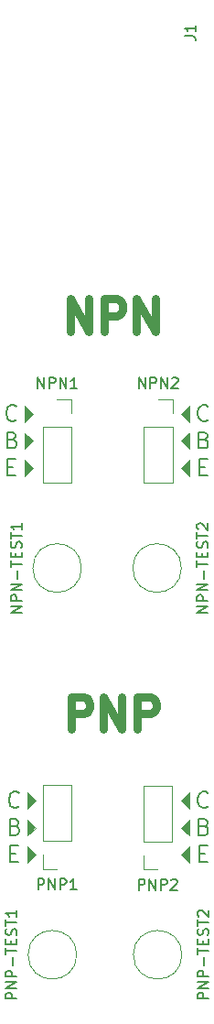
<source format=gto>
%TF.GenerationSoftware,KiCad,Pcbnew,5.1.7-a382d34a8~87~ubuntu18.04.1*%
%TF.CreationDate,2020-10-20T20:58:06+01:00*%
%TF.ProjectId,transistor-matchers,7472616e-7369-4737-946f-722d6d617463,rev?*%
%TF.SameCoordinates,Original*%
%TF.FileFunction,Legend,Top*%
%TF.FilePolarity,Positive*%
%FSLAX46Y46*%
G04 Gerber Fmt 4.6, Leading zero omitted, Abs format (unit mm)*
G04 Created by KiCad (PCBNEW 5.1.7-a382d34a8~87~ubuntu18.04.1) date 2020-10-20 20:58:06*
%MOMM*%
%LPD*%
G01*
G04 APERTURE LIST*
%ADD10C,0.150000*%
%ADD11C,0.100000*%
%ADD12C,0.750000*%
%ADD13C,0.120000*%
G04 APERTURE END LIST*
D10*
X155159115Y-120535694D02*
X155087687Y-120607122D01*
X154873401Y-120678551D01*
X154730544Y-120678551D01*
X154516258Y-120607122D01*
X154373401Y-120464265D01*
X154301972Y-120321408D01*
X154230544Y-120035694D01*
X154230544Y-119821408D01*
X154301972Y-119535694D01*
X154373401Y-119392837D01*
X154516258Y-119249980D01*
X154730544Y-119178551D01*
X154873401Y-119178551D01*
X155087687Y-119249980D01*
X155159115Y-119321408D01*
D11*
G36*
X156694830Y-119999980D02*
G01*
X155944830Y-120749980D01*
X155944830Y-119249980D01*
X156694830Y-119999980D01*
G37*
X156694830Y-119999980D02*
X155944830Y-120749980D01*
X155944830Y-119249980D01*
X156694830Y-119999980D01*
G36*
X156694830Y-124999980D02*
G01*
X155944830Y-125749980D01*
X155944830Y-124249980D01*
X156694830Y-124999980D01*
G37*
X156694830Y-124999980D02*
X155944830Y-125749980D01*
X155944830Y-124249980D01*
X156694830Y-124999980D01*
G36*
X156694830Y-122499980D02*
G01*
X155944830Y-123249980D01*
X155944830Y-121749980D01*
X156694830Y-122499980D01*
G37*
X156694830Y-122499980D02*
X155944830Y-123249980D01*
X155944830Y-121749980D01*
X156694830Y-122499980D01*
D10*
X154801972Y-122392837D02*
X155016258Y-122464265D01*
X155087687Y-122535694D01*
X155159115Y-122678551D01*
X155159115Y-122892837D01*
X155087687Y-123035694D01*
X155016258Y-123107122D01*
X154873401Y-123178551D01*
X154301972Y-123178551D01*
X154301972Y-121678551D01*
X154801972Y-121678551D01*
X154944830Y-121749980D01*
X155016258Y-121821408D01*
X155087687Y-121964265D01*
X155087687Y-122107122D01*
X155016258Y-122249980D01*
X154944830Y-122321408D01*
X154801972Y-122392837D01*
X154301972Y-122392837D01*
X154373401Y-124892837D02*
X154873401Y-124892837D01*
X155087687Y-125678551D02*
X154373401Y-125678551D01*
X154373401Y-124178551D01*
X155087687Y-124178551D01*
X172551972Y-122392837D02*
X172766258Y-122464265D01*
X172837687Y-122535694D01*
X172909115Y-122678551D01*
X172909115Y-122892837D01*
X172837687Y-123035694D01*
X172766258Y-123107122D01*
X172623401Y-123178551D01*
X172051972Y-123178551D01*
X172051972Y-121678551D01*
X172551972Y-121678551D01*
X172694830Y-121749980D01*
X172766258Y-121821408D01*
X172837687Y-121964265D01*
X172837687Y-122107122D01*
X172766258Y-122249980D01*
X172694830Y-122321408D01*
X172551972Y-122392837D01*
X172051972Y-122392837D01*
D11*
G36*
X171194830Y-123249980D02*
G01*
X170444830Y-122499980D01*
X171194830Y-121749980D01*
X171194830Y-123249980D01*
G37*
X171194830Y-123249980D02*
X170444830Y-122499980D01*
X171194830Y-121749980D01*
X171194830Y-123249980D01*
D10*
X172123401Y-124892837D02*
X172623401Y-124892837D01*
X172837687Y-125678551D02*
X172123401Y-125678551D01*
X172123401Y-124178551D01*
X172837687Y-124178551D01*
D11*
G36*
X171194830Y-125749980D02*
G01*
X170444830Y-124999980D01*
X171194830Y-124249980D01*
X171194830Y-125749980D01*
G37*
X171194830Y-125749980D02*
X170444830Y-124999980D01*
X171194830Y-124249980D01*
X171194830Y-125749980D01*
D10*
X172909115Y-120535694D02*
X172837687Y-120607122D01*
X172623401Y-120678551D01*
X172480544Y-120678551D01*
X172266258Y-120607122D01*
X172123401Y-120464265D01*
X172051972Y-120321408D01*
X171980544Y-120035694D01*
X171980544Y-119821408D01*
X172051972Y-119535694D01*
X172123401Y-119392837D01*
X172266258Y-119249980D01*
X172480544Y-119178551D01*
X172623401Y-119178551D01*
X172837687Y-119249980D01*
X172909115Y-119321408D01*
D11*
G36*
X171194830Y-120749980D02*
G01*
X170444830Y-119999980D01*
X171194830Y-119249980D01*
X171194830Y-120749980D01*
G37*
X171194830Y-120749980D02*
X170444830Y-119999980D01*
X171194830Y-119249980D01*
X171194830Y-120749980D01*
G36*
X171194830Y-161499980D02*
G01*
X170444830Y-160749980D01*
X171194830Y-159999980D01*
X171194830Y-161499980D01*
G37*
X171194830Y-161499980D02*
X170444830Y-160749980D01*
X171194830Y-159999980D01*
X171194830Y-161499980D01*
G36*
X171194830Y-158999980D02*
G01*
X170444830Y-158249980D01*
X171194830Y-157499980D01*
X171194830Y-158999980D01*
G37*
X171194830Y-158999980D02*
X170444830Y-158249980D01*
X171194830Y-157499980D01*
X171194830Y-158999980D01*
G36*
X171194830Y-156499980D02*
G01*
X170444830Y-155749980D01*
X171194830Y-154999980D01*
X171194830Y-156499980D01*
G37*
X171194830Y-156499980D02*
X170444830Y-155749980D01*
X171194830Y-154999980D01*
X171194830Y-156499980D01*
G36*
X156944830Y-160749980D02*
G01*
X156194830Y-161499980D01*
X156194830Y-159999980D01*
X156944830Y-160749980D01*
G37*
X156944830Y-160749980D02*
X156194830Y-161499980D01*
X156194830Y-159999980D01*
X156944830Y-160749980D01*
G36*
X156944830Y-158249980D02*
G01*
X156194830Y-158999980D01*
X156194830Y-157499980D01*
X156944830Y-158249980D01*
G37*
X156944830Y-158249980D02*
X156194830Y-158999980D01*
X156194830Y-157499980D01*
X156944830Y-158249980D01*
G36*
X156944830Y-155749980D02*
G01*
X156194830Y-156499980D01*
X156194830Y-154999980D01*
X156944830Y-155749980D01*
G37*
X156944830Y-155749980D02*
X156194830Y-156499980D01*
X156194830Y-154999980D01*
X156944830Y-155749980D01*
D10*
X154623401Y-160642837D02*
X155123401Y-160642837D01*
X155337687Y-161428551D02*
X154623401Y-161428551D01*
X154623401Y-159928551D01*
X155337687Y-159928551D01*
X155051972Y-158142837D02*
X155266258Y-158214265D01*
X155337687Y-158285694D01*
X155409115Y-158428551D01*
X155409115Y-158642837D01*
X155337687Y-158785694D01*
X155266258Y-158857122D01*
X155123401Y-158928551D01*
X154551972Y-158928551D01*
X154551972Y-157428551D01*
X155051972Y-157428551D01*
X155194830Y-157499980D01*
X155266258Y-157571408D01*
X155337687Y-157714265D01*
X155337687Y-157857122D01*
X155266258Y-157999980D01*
X155194830Y-158071408D01*
X155051972Y-158142837D01*
X154551972Y-158142837D01*
X155409115Y-156285694D02*
X155337687Y-156357122D01*
X155123401Y-156428551D01*
X154980544Y-156428551D01*
X154766258Y-156357122D01*
X154623401Y-156214265D01*
X154551972Y-156071408D01*
X154480544Y-155785694D01*
X154480544Y-155571408D01*
X154551972Y-155285694D01*
X154623401Y-155142837D01*
X154766258Y-154999980D01*
X154980544Y-154928551D01*
X155123401Y-154928551D01*
X155337687Y-154999980D01*
X155409115Y-155071408D01*
X172123401Y-160642837D02*
X172623401Y-160642837D01*
X172837687Y-161428551D02*
X172123401Y-161428551D01*
X172123401Y-159928551D01*
X172837687Y-159928551D01*
X172551972Y-158142837D02*
X172766258Y-158214265D01*
X172837687Y-158285694D01*
X172909115Y-158428551D01*
X172909115Y-158642837D01*
X172837687Y-158785694D01*
X172766258Y-158857122D01*
X172623401Y-158928551D01*
X172051972Y-158928551D01*
X172051972Y-157428551D01*
X172551972Y-157428551D01*
X172694830Y-157499980D01*
X172766258Y-157571408D01*
X172837687Y-157714265D01*
X172837687Y-157857122D01*
X172766258Y-157999980D01*
X172694830Y-158071408D01*
X172551972Y-158142837D01*
X172051972Y-158142837D01*
X172909115Y-156285694D02*
X172837687Y-156357122D01*
X172623401Y-156428551D01*
X172480544Y-156428551D01*
X172266258Y-156357122D01*
X172123401Y-156214265D01*
X172051972Y-156071408D01*
X171980544Y-155785694D01*
X171980544Y-155571408D01*
X172051972Y-155285694D01*
X172123401Y-155142837D01*
X172266258Y-154999980D01*
X172480544Y-154928551D01*
X172623401Y-154928551D01*
X172837687Y-154999980D01*
X172909115Y-155071408D01*
D12*
X160166258Y-112357122D02*
X160166258Y-109357122D01*
X161880544Y-112357122D01*
X161880544Y-109357122D01*
X163309115Y-112357122D02*
X163309115Y-109357122D01*
X164451972Y-109357122D01*
X164737687Y-109499980D01*
X164880544Y-109642837D01*
X165023401Y-109928551D01*
X165023401Y-110357122D01*
X164880544Y-110642837D01*
X164737687Y-110785694D01*
X164451972Y-110928551D01*
X163309115Y-110928551D01*
X166309115Y-112357122D02*
X166309115Y-109357122D01*
X168023401Y-112357122D01*
X168023401Y-109357122D01*
X160237687Y-149157122D02*
X160237687Y-146157122D01*
X161380544Y-146157122D01*
X161666258Y-146299980D01*
X161809115Y-146442837D01*
X161951972Y-146728551D01*
X161951972Y-147157122D01*
X161809115Y-147442837D01*
X161666258Y-147585694D01*
X161380544Y-147728551D01*
X160237687Y-147728551D01*
X163237687Y-149157122D02*
X163237687Y-146157122D01*
X164951972Y-149157122D01*
X164951972Y-146157122D01*
X166380544Y-149157122D02*
X166380544Y-146157122D01*
X167523401Y-146157122D01*
X167809115Y-146299980D01*
X167951972Y-146442837D01*
X168094830Y-146728551D01*
X168094830Y-147157122D01*
X167951972Y-147442837D01*
X167809115Y-147585694D01*
X167523401Y-147728551D01*
X166380544Y-147728551D01*
D13*
%TO.C,PNP-TEST2*%
X170500000Y-170000000D02*
G75*
G03*
X170500000Y-170000000I-2250000J0D01*
G01*
%TO.C,PNP-TEST1*%
X160750000Y-170000000D02*
G75*
G03*
X160750000Y-170000000I-2250000J0D01*
G01*
%TO.C,NPN-TEST2*%
X170445000Y-134250000D02*
G75*
G03*
X170445000Y-134250000I-2250000J0D01*
G01*
%TO.C,NPN-TEST1*%
X161195000Y-134250000D02*
G75*
G03*
X161195000Y-134250000I-2250000J0D01*
G01*
%TO.C,PNP2*%
X168250000Y-162120000D02*
X166920000Y-162120000D01*
X166920000Y-162120000D02*
X166920000Y-160790000D01*
X166920000Y-159520000D02*
X166920000Y-154380000D01*
X169580000Y-154380000D02*
X166920000Y-154380000D01*
X169580000Y-159520000D02*
X169580000Y-154380000D01*
X169580000Y-159520000D02*
X166920000Y-159520000D01*
%TO.C,PNP1*%
X158945000Y-162080000D02*
X157615000Y-162080000D01*
X157615000Y-162080000D02*
X157615000Y-160750000D01*
X157615000Y-159480000D02*
X157615000Y-154340000D01*
X160275000Y-154340000D02*
X157615000Y-154340000D01*
X160275000Y-159480000D02*
X160275000Y-154340000D01*
X160275000Y-159480000D02*
X157615000Y-159480000D01*
%TO.C,NPN2*%
X168295000Y-118630000D02*
X169625000Y-118630000D01*
X169625000Y-118630000D02*
X169625000Y-119960000D01*
X169625000Y-121230000D02*
X169625000Y-126370000D01*
X166965000Y-126370000D02*
X169625000Y-126370000D01*
X166965000Y-121230000D02*
X166965000Y-126370000D01*
X166965000Y-121230000D02*
X169625000Y-121230000D01*
%TO.C,NPN1*%
X158945000Y-118630000D02*
X160275000Y-118630000D01*
X160275000Y-118630000D02*
X160275000Y-119960000D01*
X160275000Y-121230000D02*
X160275000Y-126370000D01*
X157615000Y-126370000D02*
X160275000Y-126370000D01*
X157615000Y-121230000D02*
X157615000Y-126370000D01*
X157615000Y-121230000D02*
X160275000Y-121230000D01*
%TO.C,PNP-TEST2*%
D10*
X172952380Y-174071428D02*
X171952380Y-174071428D01*
X171952380Y-173690476D01*
X172000000Y-173595238D01*
X172047619Y-173547619D01*
X172142857Y-173500000D01*
X172285714Y-173500000D01*
X172380952Y-173547619D01*
X172428571Y-173595238D01*
X172476190Y-173690476D01*
X172476190Y-174071428D01*
X172952380Y-173071428D02*
X171952380Y-173071428D01*
X172952380Y-172500000D01*
X171952380Y-172500000D01*
X172952380Y-172023809D02*
X171952380Y-172023809D01*
X171952380Y-171642857D01*
X172000000Y-171547619D01*
X172047619Y-171500000D01*
X172142857Y-171452380D01*
X172285714Y-171452380D01*
X172380952Y-171500000D01*
X172428571Y-171547619D01*
X172476190Y-171642857D01*
X172476190Y-172023809D01*
X172571428Y-171023809D02*
X172571428Y-170261904D01*
X171952380Y-169928571D02*
X171952380Y-169357142D01*
X172952380Y-169642857D02*
X171952380Y-169642857D01*
X172428571Y-169023809D02*
X172428571Y-168690476D01*
X172952380Y-168547619D02*
X172952380Y-169023809D01*
X171952380Y-169023809D01*
X171952380Y-168547619D01*
X172904761Y-168166666D02*
X172952380Y-168023809D01*
X172952380Y-167785714D01*
X172904761Y-167690476D01*
X172857142Y-167642857D01*
X172761904Y-167595238D01*
X172666666Y-167595238D01*
X172571428Y-167642857D01*
X172523809Y-167690476D01*
X172476190Y-167785714D01*
X172428571Y-167976190D01*
X172380952Y-168071428D01*
X172333333Y-168119047D01*
X172238095Y-168166666D01*
X172142857Y-168166666D01*
X172047619Y-168119047D01*
X172000000Y-168071428D01*
X171952380Y-167976190D01*
X171952380Y-167738095D01*
X172000000Y-167595238D01*
X171952380Y-167309523D02*
X171952380Y-166738095D01*
X172952380Y-167023809D02*
X171952380Y-167023809D01*
X172047619Y-166452380D02*
X172000000Y-166404761D01*
X171952380Y-166309523D01*
X171952380Y-166071428D01*
X172000000Y-165976190D01*
X172047619Y-165928571D01*
X172142857Y-165880952D01*
X172238095Y-165880952D01*
X172380952Y-165928571D01*
X172952380Y-166500000D01*
X172952380Y-165880952D01*
%TO.C,PNP-TEST1*%
X155202380Y-174071428D02*
X154202380Y-174071428D01*
X154202380Y-173690476D01*
X154250000Y-173595238D01*
X154297619Y-173547619D01*
X154392857Y-173500000D01*
X154535714Y-173500000D01*
X154630952Y-173547619D01*
X154678571Y-173595238D01*
X154726190Y-173690476D01*
X154726190Y-174071428D01*
X155202380Y-173071428D02*
X154202380Y-173071428D01*
X155202380Y-172500000D01*
X154202380Y-172500000D01*
X155202380Y-172023809D02*
X154202380Y-172023809D01*
X154202380Y-171642857D01*
X154250000Y-171547619D01*
X154297619Y-171500000D01*
X154392857Y-171452380D01*
X154535714Y-171452380D01*
X154630952Y-171500000D01*
X154678571Y-171547619D01*
X154726190Y-171642857D01*
X154726190Y-172023809D01*
X154821428Y-171023809D02*
X154821428Y-170261904D01*
X154202380Y-169928571D02*
X154202380Y-169357142D01*
X155202380Y-169642857D02*
X154202380Y-169642857D01*
X154678571Y-169023809D02*
X154678571Y-168690476D01*
X155202380Y-168547619D02*
X155202380Y-169023809D01*
X154202380Y-169023809D01*
X154202380Y-168547619D01*
X155154761Y-168166666D02*
X155202380Y-168023809D01*
X155202380Y-167785714D01*
X155154761Y-167690476D01*
X155107142Y-167642857D01*
X155011904Y-167595238D01*
X154916666Y-167595238D01*
X154821428Y-167642857D01*
X154773809Y-167690476D01*
X154726190Y-167785714D01*
X154678571Y-167976190D01*
X154630952Y-168071428D01*
X154583333Y-168119047D01*
X154488095Y-168166666D01*
X154392857Y-168166666D01*
X154297619Y-168119047D01*
X154250000Y-168071428D01*
X154202380Y-167976190D01*
X154202380Y-167738095D01*
X154250000Y-167595238D01*
X154202380Y-167309523D02*
X154202380Y-166738095D01*
X155202380Y-167023809D02*
X154202380Y-167023809D01*
X155202380Y-165880952D02*
X155202380Y-166452380D01*
X155202380Y-166166666D02*
X154202380Y-166166666D01*
X154345238Y-166261904D01*
X154440476Y-166357142D01*
X154488095Y-166452380D01*
%TO.C,NPN-TEST2*%
X172897380Y-138345238D02*
X171897380Y-138345238D01*
X172897380Y-137773809D01*
X171897380Y-137773809D01*
X172897380Y-137297619D02*
X171897380Y-137297619D01*
X171897380Y-136916666D01*
X171945000Y-136821428D01*
X171992619Y-136773809D01*
X172087857Y-136726190D01*
X172230714Y-136726190D01*
X172325952Y-136773809D01*
X172373571Y-136821428D01*
X172421190Y-136916666D01*
X172421190Y-137297619D01*
X172897380Y-136297619D02*
X171897380Y-136297619D01*
X172897380Y-135726190D01*
X171897380Y-135726190D01*
X172516428Y-135250000D02*
X172516428Y-134488095D01*
X171897380Y-134154761D02*
X171897380Y-133583333D01*
X172897380Y-133869047D02*
X171897380Y-133869047D01*
X172373571Y-133250000D02*
X172373571Y-132916666D01*
X172897380Y-132773809D02*
X172897380Y-133250000D01*
X171897380Y-133250000D01*
X171897380Y-132773809D01*
X172849761Y-132392857D02*
X172897380Y-132250000D01*
X172897380Y-132011904D01*
X172849761Y-131916666D01*
X172802142Y-131869047D01*
X172706904Y-131821428D01*
X172611666Y-131821428D01*
X172516428Y-131869047D01*
X172468809Y-131916666D01*
X172421190Y-132011904D01*
X172373571Y-132202380D01*
X172325952Y-132297619D01*
X172278333Y-132345238D01*
X172183095Y-132392857D01*
X172087857Y-132392857D01*
X171992619Y-132345238D01*
X171945000Y-132297619D01*
X171897380Y-132202380D01*
X171897380Y-131964285D01*
X171945000Y-131821428D01*
X171897380Y-131535714D02*
X171897380Y-130964285D01*
X172897380Y-131250000D02*
X171897380Y-131250000D01*
X171992619Y-130678571D02*
X171945000Y-130630952D01*
X171897380Y-130535714D01*
X171897380Y-130297619D01*
X171945000Y-130202380D01*
X171992619Y-130154761D01*
X172087857Y-130107142D01*
X172183095Y-130107142D01*
X172325952Y-130154761D01*
X172897380Y-130726190D01*
X172897380Y-130107142D01*
%TO.C,NPN-TEST1*%
X155647380Y-138345238D02*
X154647380Y-138345238D01*
X155647380Y-137773809D01*
X154647380Y-137773809D01*
X155647380Y-137297619D02*
X154647380Y-137297619D01*
X154647380Y-136916666D01*
X154695000Y-136821428D01*
X154742619Y-136773809D01*
X154837857Y-136726190D01*
X154980714Y-136726190D01*
X155075952Y-136773809D01*
X155123571Y-136821428D01*
X155171190Y-136916666D01*
X155171190Y-137297619D01*
X155647380Y-136297619D02*
X154647380Y-136297619D01*
X155647380Y-135726190D01*
X154647380Y-135726190D01*
X155266428Y-135250000D02*
X155266428Y-134488095D01*
X154647380Y-134154761D02*
X154647380Y-133583333D01*
X155647380Y-133869047D02*
X154647380Y-133869047D01*
X155123571Y-133250000D02*
X155123571Y-132916666D01*
X155647380Y-132773809D02*
X155647380Y-133250000D01*
X154647380Y-133250000D01*
X154647380Y-132773809D01*
X155599761Y-132392857D02*
X155647380Y-132250000D01*
X155647380Y-132011904D01*
X155599761Y-131916666D01*
X155552142Y-131869047D01*
X155456904Y-131821428D01*
X155361666Y-131821428D01*
X155266428Y-131869047D01*
X155218809Y-131916666D01*
X155171190Y-132011904D01*
X155123571Y-132202380D01*
X155075952Y-132297619D01*
X155028333Y-132345238D01*
X154933095Y-132392857D01*
X154837857Y-132392857D01*
X154742619Y-132345238D01*
X154695000Y-132297619D01*
X154647380Y-132202380D01*
X154647380Y-131964285D01*
X154695000Y-131821428D01*
X154647380Y-131535714D02*
X154647380Y-130964285D01*
X155647380Y-131250000D02*
X154647380Y-131250000D01*
X155647380Y-130107142D02*
X155647380Y-130678571D01*
X155647380Y-130392857D02*
X154647380Y-130392857D01*
X154790238Y-130488095D01*
X154885476Y-130583333D01*
X154933095Y-130678571D01*
%TO.C,PNP2*%
X166488095Y-164012380D02*
X166488095Y-163012380D01*
X166869047Y-163012380D01*
X166964285Y-163060000D01*
X167011904Y-163107619D01*
X167059523Y-163202857D01*
X167059523Y-163345714D01*
X167011904Y-163440952D01*
X166964285Y-163488571D01*
X166869047Y-163536190D01*
X166488095Y-163536190D01*
X167488095Y-164012380D02*
X167488095Y-163012380D01*
X168059523Y-164012380D01*
X168059523Y-163012380D01*
X168535714Y-164012380D02*
X168535714Y-163012380D01*
X168916666Y-163012380D01*
X169011904Y-163060000D01*
X169059523Y-163107619D01*
X169107142Y-163202857D01*
X169107142Y-163345714D01*
X169059523Y-163440952D01*
X169011904Y-163488571D01*
X168916666Y-163536190D01*
X168535714Y-163536190D01*
X169488095Y-163107619D02*
X169535714Y-163060000D01*
X169630952Y-163012380D01*
X169869047Y-163012380D01*
X169964285Y-163060000D01*
X170011904Y-163107619D01*
X170059523Y-163202857D01*
X170059523Y-163298095D01*
X170011904Y-163440952D01*
X169440476Y-164012380D01*
X170059523Y-164012380D01*
%TO.C,PNP1*%
X157183095Y-163972380D02*
X157183095Y-162972380D01*
X157564047Y-162972380D01*
X157659285Y-163020000D01*
X157706904Y-163067619D01*
X157754523Y-163162857D01*
X157754523Y-163305714D01*
X157706904Y-163400952D01*
X157659285Y-163448571D01*
X157564047Y-163496190D01*
X157183095Y-163496190D01*
X158183095Y-163972380D02*
X158183095Y-162972380D01*
X158754523Y-163972380D01*
X158754523Y-162972380D01*
X159230714Y-163972380D02*
X159230714Y-162972380D01*
X159611666Y-162972380D01*
X159706904Y-163020000D01*
X159754523Y-163067619D01*
X159802142Y-163162857D01*
X159802142Y-163305714D01*
X159754523Y-163400952D01*
X159706904Y-163448571D01*
X159611666Y-163496190D01*
X159230714Y-163496190D01*
X160754523Y-163972380D02*
X160183095Y-163972380D01*
X160468809Y-163972380D02*
X160468809Y-162972380D01*
X160373571Y-163115238D01*
X160278333Y-163210476D01*
X160183095Y-163258095D01*
%TO.C,NPN2*%
X166509285Y-117642380D02*
X166509285Y-116642380D01*
X167080714Y-117642380D01*
X167080714Y-116642380D01*
X167556904Y-117642380D02*
X167556904Y-116642380D01*
X167937857Y-116642380D01*
X168033095Y-116690000D01*
X168080714Y-116737619D01*
X168128333Y-116832857D01*
X168128333Y-116975714D01*
X168080714Y-117070952D01*
X168033095Y-117118571D01*
X167937857Y-117166190D01*
X167556904Y-117166190D01*
X168556904Y-117642380D02*
X168556904Y-116642380D01*
X169128333Y-117642380D01*
X169128333Y-116642380D01*
X169556904Y-116737619D02*
X169604523Y-116690000D01*
X169699761Y-116642380D01*
X169937857Y-116642380D01*
X170033095Y-116690000D01*
X170080714Y-116737619D01*
X170128333Y-116832857D01*
X170128333Y-116928095D01*
X170080714Y-117070952D01*
X169509285Y-117642380D01*
X170128333Y-117642380D01*
%TO.C,NPN1*%
X157159285Y-117642380D02*
X157159285Y-116642380D01*
X157730714Y-117642380D01*
X157730714Y-116642380D01*
X158206904Y-117642380D02*
X158206904Y-116642380D01*
X158587857Y-116642380D01*
X158683095Y-116690000D01*
X158730714Y-116737619D01*
X158778333Y-116832857D01*
X158778333Y-116975714D01*
X158730714Y-117070952D01*
X158683095Y-117118571D01*
X158587857Y-117166190D01*
X158206904Y-117166190D01*
X159206904Y-117642380D02*
X159206904Y-116642380D01*
X159778333Y-117642380D01*
X159778333Y-116642380D01*
X160778333Y-117642380D02*
X160206904Y-117642380D01*
X160492619Y-117642380D02*
X160492619Y-116642380D01*
X160397380Y-116785238D01*
X160302142Y-116880476D01*
X160206904Y-116928095D01*
%TO.C,J1*%
X170747380Y-85083333D02*
X171461666Y-85083333D01*
X171604523Y-85130952D01*
X171699761Y-85226190D01*
X171747380Y-85369047D01*
X171747380Y-85464285D01*
X171747380Y-84083333D02*
X171747380Y-84654761D01*
X171747380Y-84369047D02*
X170747380Y-84369047D01*
X170890238Y-84464285D01*
X170985476Y-84559523D01*
X171033095Y-84654761D01*
%TD*%
M02*

</source>
